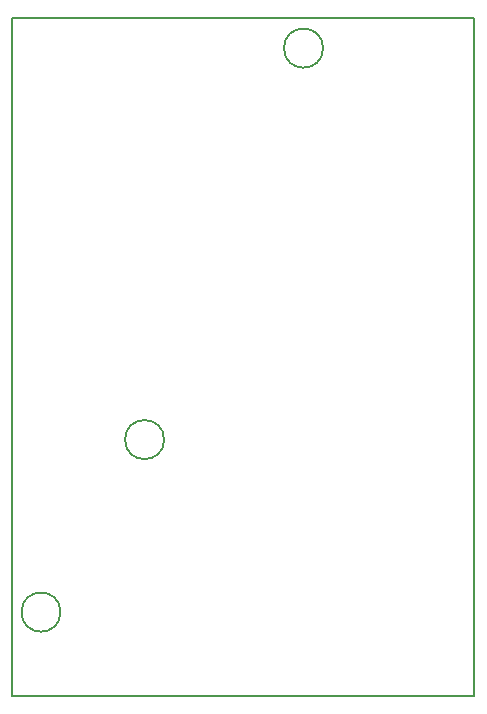
<source format=gm1>
G04 #@! TF.FileFunction,Profile,NP*
%FSLAX46Y46*%
G04 Gerber Fmt 4.6, Leading zero omitted, Abs format (unit mm)*
G04 Created by KiCad (PCBNEW 4.0.5+dfsg1-4) date Sat Dec 30 21:32:09 2017*
%MOMM*%
%LPD*%
G01*
G04 APERTURE LIST*
%ADD10C,0.100000*%
%ADD11C,0.150000*%
G04 APERTURE END LIST*
D10*
D11*
X158881877Y-69215000D02*
G75*
G03X158881877Y-69215000I-1655877J0D01*
G01*
X136656877Y-116962123D02*
G75*
G03X136656877Y-116962123I-1655877J0D01*
G01*
X145424754Y-102362000D02*
G75*
G03X145424754Y-102362000I-1655877J0D01*
G01*
X132588000Y-124079000D02*
X171704000Y-124079000D01*
X132588000Y-66675000D02*
X132588000Y-124079000D01*
X171704000Y-66675000D02*
X132588000Y-66675000D01*
X171704000Y-124079000D02*
X171704000Y-66675000D01*
M02*

</source>
